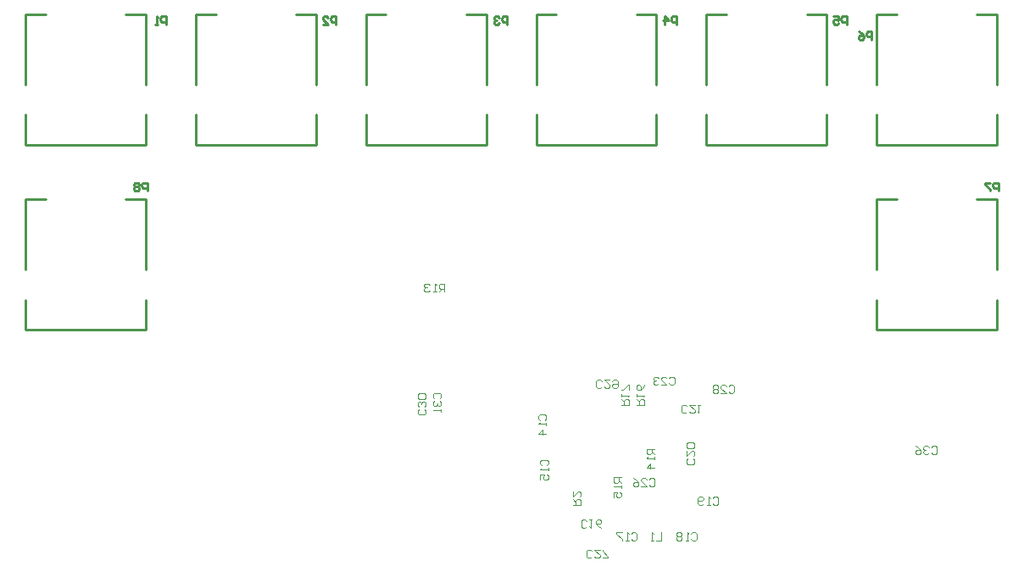
<source format=gbo>
G04*
G04 #@! TF.GenerationSoftware,Altium Limited,Altium Designer,19.0.15 (446)*
G04*
G04 Layer_Color=32896*
%FSLAX42Y42*%
%MOMM*%
G71*
G01*
G75*
%ADD11C,0.25*%
%ADD12C,0.10*%
D11*
X8800Y-750D02*
Y-50D01*
X9000D01*
X9800D02*
X10000D01*
Y-750D02*
Y-50D01*
Y-1350D02*
Y-1050D01*
X8800Y-1350D02*
X10000D01*
X8800D02*
Y-1050D01*
X7100Y-750D02*
Y-50D01*
X7300D01*
X8100D02*
X8300D01*
Y-750D02*
Y-50D01*
Y-1350D02*
Y-1050D01*
X7100Y-1350D02*
X8300D01*
X7100D02*
Y-1050D01*
X5400Y-750D02*
Y-50D01*
X5600D01*
X6400D02*
X6600D01*
Y-750D02*
Y-50D01*
Y-1350D02*
Y-1050D01*
X5400Y-1350D02*
X6600D01*
X5400D02*
Y-1050D01*
X3700Y-750D02*
Y-50D01*
X3900D01*
X4700D02*
X4900D01*
Y-750D02*
Y-50D01*
Y-1350D02*
Y-1050D01*
X3700Y-1350D02*
X4900D01*
X3700D02*
Y-1050D01*
X2000Y-750D02*
Y-50D01*
X2200D01*
X3000D02*
X3200D01*
Y-750D02*
Y-50D01*
Y-1350D02*
Y-1050D01*
X2000Y-1350D02*
X3200D01*
X2000D02*
Y-1050D01*
X300Y-750D02*
Y-50D01*
X500D01*
X1300D02*
X1500D01*
Y-750D02*
Y-50D01*
Y-1350D02*
Y-1050D01*
X300Y-1350D02*
X1500D01*
X300D02*
Y-1050D01*
X300Y-3200D02*
Y-2900D01*
Y-3200D02*
X1500D01*
Y-2900D01*
Y-2600D02*
Y-1900D01*
X1300D02*
X1500D01*
X300D02*
X500D01*
X300Y-2600D02*
Y-1900D01*
X8800Y-3200D02*
Y-2900D01*
Y-3200D02*
X10000D01*
Y-2900D01*
Y-2600D02*
Y-1900D01*
X9800D02*
X10000D01*
X8800D02*
X9000D01*
X8800Y-2600D02*
Y-1900D01*
X1514Y-1812D02*
Y-1732D01*
X1474D01*
X1461Y-1745D01*
Y-1772D01*
X1474Y-1785D01*
X1514D01*
X1434Y-1745D02*
X1421Y-1732D01*
X1394D01*
X1381Y-1745D01*
Y-1759D01*
X1394Y-1772D01*
X1381Y-1785D01*
Y-1799D01*
X1394Y-1812D01*
X1421D01*
X1434Y-1799D01*
Y-1785D01*
X1421Y-1772D01*
X1434Y-1759D01*
Y-1745D01*
X1421Y-1772D02*
X1394D01*
X10015Y-1812D02*
Y-1732D01*
X9975D01*
X9962Y-1745D01*
Y-1772D01*
X9975Y-1785D01*
X10015D01*
X9935Y-1732D02*
X9882D01*
Y-1745D01*
X9935Y-1799D01*
Y-1812D01*
X8750Y-300D02*
Y-220D01*
X8710D01*
X8697Y-233D01*
Y-260D01*
X8710Y-273D01*
X8750D01*
X8617Y-220D02*
X8643Y-233D01*
X8670Y-260D01*
Y-287D01*
X8657Y-300D01*
X8630D01*
X8617Y-287D01*
Y-273D01*
X8630Y-260D01*
X8670D01*
X8500Y-150D02*
Y-70D01*
X8460D01*
X8447Y-83D01*
Y-110D01*
X8460Y-123D01*
X8500D01*
X8367Y-70D02*
X8420D01*
Y-110D01*
X8393Y-97D01*
X8380D01*
X8367Y-110D01*
Y-137D01*
X8380Y-150D01*
X8407D01*
X8420Y-137D01*
X6802Y-150D02*
Y-70D01*
X6762D01*
X6748Y-83D01*
Y-110D01*
X6762Y-123D01*
X6802D01*
X6682Y-150D02*
Y-70D01*
X6722Y-110D01*
X6668D01*
X5110Y-150D02*
Y-70D01*
X5070D01*
X5057Y-83D01*
Y-110D01*
X5070Y-123D01*
X5110D01*
X5030Y-83D02*
X5017Y-70D01*
X4990D01*
X4977Y-83D01*
Y-97D01*
X4990Y-110D01*
X5003D01*
X4990D01*
X4977Y-123D01*
Y-137D01*
X4990Y-150D01*
X5017D01*
X5030Y-137D01*
X3400Y-150D02*
Y-70D01*
X3360D01*
X3347Y-83D01*
Y-110D01*
X3360Y-123D01*
X3400D01*
X3267Y-150D02*
X3320D01*
X3267Y-97D01*
Y-83D01*
X3280Y-70D01*
X3307D01*
X3320Y-83D01*
X1700Y-150D02*
Y-70D01*
X1660D01*
X1647Y-83D01*
Y-110D01*
X1660Y-123D01*
X1700D01*
X1620Y-150D02*
X1593D01*
X1607D01*
Y-70D01*
X1620Y-83D01*
D12*
X6348Y-5237D02*
X6362Y-5224D01*
X6388D01*
X6402Y-5237D01*
Y-5291D01*
X6388Y-5304D01*
X6362D01*
X6348Y-5291D01*
X6322Y-5304D02*
X6295D01*
X6308D01*
Y-5224D01*
X6322Y-5237D01*
X6255Y-5224D02*
X6202D01*
Y-5237D01*
X6255Y-5291D01*
Y-5304D01*
X6250Y-3950D02*
X6330D01*
Y-3910D01*
X6317Y-3897D01*
X6290D01*
X6277Y-3910D01*
Y-3950D01*
Y-3923D02*
X6250Y-3897D01*
Y-3870D02*
Y-3843D01*
Y-3857D01*
X6330D01*
X6317Y-3870D01*
X6330Y-3803D02*
Y-3750D01*
X6317D01*
X6263Y-3803D01*
X6250D01*
X6402Y-3950D02*
X6481D01*
Y-3910D01*
X6468Y-3897D01*
X6442D01*
X6428Y-3910D01*
Y-3950D01*
Y-3923D02*
X6402Y-3897D01*
Y-3870D02*
Y-3843D01*
Y-3857D01*
X6481D01*
X6468Y-3870D01*
X6481Y-3750D02*
X6468Y-3777D01*
X6442Y-3803D01*
X6415D01*
X6402Y-3790D01*
Y-3763D01*
X6415Y-3750D01*
X6428D01*
X6442Y-3763D01*
Y-3803D01*
X6250Y-4676D02*
X6170D01*
Y-4716D01*
X6183Y-4729D01*
X6210D01*
X6223Y-4716D01*
Y-4676D01*
Y-4703D02*
X6250Y-4729D01*
Y-4756D02*
Y-4783D01*
Y-4769D01*
X6170D01*
X6183Y-4756D01*
X6170Y-4876D02*
Y-4823D01*
X6210D01*
X6197Y-4849D01*
Y-4863D01*
X6210Y-4876D01*
X6237D01*
X6250Y-4863D01*
Y-4836D01*
X6237Y-4823D01*
X6581Y-4391D02*
X6501D01*
Y-4431D01*
X6514Y-4444D01*
X6541D01*
X6554Y-4431D01*
Y-4391D01*
Y-4418D02*
X6581Y-4444D01*
Y-4471D02*
Y-4498D01*
Y-4484D01*
X6501D01*
X6514Y-4471D01*
X6581Y-4578D02*
X6501D01*
X6541Y-4538D01*
Y-4591D01*
X4481Y-2820D02*
Y-2740D01*
X4441D01*
X4427Y-2754D01*
Y-2780D01*
X4441Y-2794D01*
X4481D01*
X4454D02*
X4427Y-2820D01*
X4401D02*
X4374D01*
X4387D01*
Y-2740D01*
X4401Y-2754D01*
X4334D02*
X4321Y-2740D01*
X4294D01*
X4281Y-2754D01*
Y-2767D01*
X4294Y-2780D01*
X4307D01*
X4294D01*
X4281Y-2794D01*
Y-2807D01*
X4294Y-2820D01*
X4321D01*
X4334Y-2807D01*
X5766Y-4950D02*
X5846D01*
Y-4910D01*
X5833Y-4897D01*
X5806D01*
X5793Y-4910D01*
Y-4950D01*
Y-4923D02*
X5766Y-4897D01*
Y-4817D02*
Y-4870D01*
X5819Y-4817D01*
X5833D01*
X5846Y-4830D01*
Y-4857D01*
X5833Y-4870D01*
X6650Y-5224D02*
Y-5304D01*
X6597D01*
X6570D02*
X6543D01*
X6557D01*
Y-5224D01*
X6570Y-5237D01*
X9347Y-4376D02*
X9360Y-4363D01*
X9387D01*
X9400Y-4376D01*
Y-4430D01*
X9387Y-4443D01*
X9360D01*
X9347Y-4430D01*
X9320Y-4376D02*
X9307Y-4363D01*
X9280D01*
X9267Y-4376D01*
Y-4390D01*
X9280Y-4403D01*
X9293D01*
X9280D01*
X9267Y-4416D01*
Y-4430D01*
X9280Y-4443D01*
X9307D01*
X9320Y-4430D01*
X9187Y-4363D02*
X9213Y-4376D01*
X9240Y-4403D01*
Y-4430D01*
X9227Y-4443D01*
X9200D01*
X9187Y-4430D01*
Y-4416D01*
X9200Y-4403D01*
X9240D01*
X4383Y-3886D02*
X4370Y-3873D01*
Y-3846D01*
X4383Y-3833D01*
X4437D01*
X4450Y-3846D01*
Y-3873D01*
X4437Y-3886D01*
X4383Y-3913D02*
X4370Y-3926D01*
Y-3953D01*
X4383Y-3966D01*
X4397D01*
X4410Y-3953D01*
Y-3940D01*
Y-3953D01*
X4423Y-3966D01*
X4437D01*
X4450Y-3953D01*
Y-3926D01*
X4437Y-3913D01*
X4450Y-3993D02*
Y-4020D01*
Y-4006D01*
X4370D01*
X4383Y-3993D01*
X4282Y-3997D02*
X4295Y-4010D01*
Y-4037D01*
X4282Y-4050D01*
X4228D01*
X4215Y-4037D01*
Y-4010D01*
X4228Y-3997D01*
X4282Y-3970D02*
X4295Y-3957D01*
Y-3930D01*
X4282Y-3917D01*
X4268D01*
X4255Y-3930D01*
Y-3943D01*
Y-3930D01*
X4242Y-3917D01*
X4228D01*
X4215Y-3930D01*
Y-3957D01*
X4228Y-3970D01*
X4282Y-3890D02*
X4295Y-3877D01*
Y-3850D01*
X4282Y-3837D01*
X4228D01*
X4215Y-3850D01*
Y-3877D01*
X4228Y-3890D01*
X4282D01*
X6053Y-3767D02*
X6040Y-3780D01*
X6013D01*
X6000Y-3767D01*
Y-3713D01*
X6013Y-3700D01*
X6040D01*
X6053Y-3713D01*
X6133Y-3700D02*
X6080D01*
X6133Y-3753D01*
Y-3767D01*
X6120Y-3780D01*
X6093D01*
X6080Y-3767D01*
X6160Y-3713D02*
X6173Y-3700D01*
X6200D01*
X6213Y-3713D01*
Y-3767D01*
X6200Y-3780D01*
X6173D01*
X6160Y-3767D01*
Y-3753D01*
X6173Y-3740D01*
X6213D01*
X7323Y-3767D02*
X7337Y-3753D01*
X7363D01*
X7377Y-3767D01*
Y-3820D01*
X7363Y-3833D01*
X7337D01*
X7323Y-3820D01*
X7243Y-3833D02*
X7297D01*
X7243Y-3780D01*
Y-3767D01*
X7257Y-3753D01*
X7283D01*
X7297Y-3767D01*
X7217D02*
X7203Y-3753D01*
X7177D01*
X7163Y-3767D01*
Y-3780D01*
X7177Y-3793D01*
X7163Y-3807D01*
Y-3820D01*
X7177Y-3833D01*
X7203D01*
X7217Y-3820D01*
Y-3807D01*
X7203Y-3793D01*
X7217Y-3780D01*
Y-3767D01*
X7203Y-3793D02*
X7177D01*
X5955Y-5467D02*
X5942Y-5480D01*
X5915D01*
X5902Y-5467D01*
Y-5413D01*
X5915Y-5400D01*
X5942D01*
X5955Y-5413D01*
X6035Y-5400D02*
X5981D01*
X6035Y-5453D01*
Y-5467D01*
X6021Y-5480D01*
X5995D01*
X5981Y-5467D01*
X6061Y-5480D02*
X6115D01*
Y-5467D01*
X6061Y-5413D01*
Y-5400D01*
X6528Y-4697D02*
X6541Y-4684D01*
X6568D01*
X6581Y-4697D01*
Y-4751D01*
X6568Y-4764D01*
X6541D01*
X6528Y-4751D01*
X6448Y-4764D02*
X6501D01*
X6448Y-4711D01*
Y-4697D01*
X6461Y-4684D01*
X6488D01*
X6501Y-4697D01*
X6368Y-4684D02*
X6394Y-4697D01*
X6421Y-4724D01*
Y-4751D01*
X6408Y-4764D01*
X6381D01*
X6368Y-4751D01*
Y-4737D01*
X6381Y-4724D01*
X6421D01*
X6728Y-3683D02*
X6741Y-3670D01*
X6768D01*
X6781Y-3683D01*
Y-3737D01*
X6768Y-3750D01*
X6741D01*
X6728Y-3737D01*
X6648Y-3750D02*
X6701D01*
X6648Y-3697D01*
Y-3683D01*
X6661Y-3670D01*
X6688D01*
X6701Y-3683D01*
X6621D02*
X6608Y-3670D01*
X6581D01*
X6568Y-3683D01*
Y-3697D01*
X6581Y-3710D01*
X6594D01*
X6581D01*
X6568Y-3723D01*
Y-3737D01*
X6581Y-3750D01*
X6608D01*
X6621Y-3737D01*
X6903Y-4017D02*
X6890Y-4030D01*
X6863D01*
X6850Y-4017D01*
Y-3963D01*
X6863Y-3950D01*
X6890D01*
X6903Y-3963D01*
X6983Y-3950D02*
X6930D01*
X6983Y-4003D01*
Y-4017D01*
X6970Y-4030D01*
X6943D01*
X6930Y-4017D01*
X7010Y-3950D02*
X7037D01*
X7023D01*
Y-4030D01*
X7010Y-4017D01*
X6967Y-4490D02*
X6980Y-4503D01*
Y-4530D01*
X6967Y-4543D01*
X6913D01*
X6900Y-4530D01*
Y-4503D01*
X6913Y-4490D01*
X6900Y-4410D02*
Y-4463D01*
X6953Y-4410D01*
X6967D01*
X6980Y-4423D01*
Y-4450D01*
X6967Y-4463D01*
Y-4383D02*
X6980Y-4370D01*
Y-4343D01*
X6967Y-4330D01*
X6913D01*
X6900Y-4343D01*
Y-4370D01*
X6913Y-4383D01*
X6967D01*
X7163Y-4883D02*
X7176Y-4870D01*
X7203D01*
X7216Y-4883D01*
Y-4937D01*
X7203Y-4950D01*
X7176D01*
X7163Y-4937D01*
X7136Y-4950D02*
X7109D01*
X7123D01*
Y-4870D01*
X7136Y-4883D01*
X7069Y-4937D02*
X7056Y-4950D01*
X7029D01*
X7016Y-4937D01*
Y-4883D01*
X7029Y-4870D01*
X7056D01*
X7069Y-4883D01*
Y-4897D01*
X7056Y-4910D01*
X7016D01*
X6947Y-5237D02*
X6960Y-5224D01*
X6987D01*
X7000Y-5237D01*
Y-5291D01*
X6987Y-5304D01*
X6960D01*
X6947Y-5291D01*
X6920Y-5304D02*
X6893D01*
X6907D01*
Y-5224D01*
X6920Y-5237D01*
X6853D02*
X6840Y-5224D01*
X6813D01*
X6800Y-5237D01*
Y-5251D01*
X6813Y-5264D01*
X6800Y-5277D01*
Y-5291D01*
X6813Y-5304D01*
X6840D01*
X6853Y-5291D01*
Y-5277D01*
X6840Y-5264D01*
X6853Y-5251D01*
Y-5237D01*
X6840Y-5264D02*
X6813D01*
X5903Y-5167D02*
X5890Y-5180D01*
X5863D01*
X5850Y-5167D01*
Y-5113D01*
X5863Y-5100D01*
X5890D01*
X5903Y-5113D01*
X5930Y-5100D02*
X5957D01*
X5943D01*
Y-5180D01*
X5930Y-5167D01*
X6050Y-5180D02*
X6023Y-5167D01*
X5997Y-5140D01*
Y-5113D01*
X6010Y-5100D01*
X6037D01*
X6050Y-5113D01*
Y-5127D01*
X6037Y-5140D01*
X5997D01*
X5453Y-4553D02*
X5440Y-4540D01*
Y-4513D01*
X5453Y-4500D01*
X5507D01*
X5520Y-4513D01*
Y-4540D01*
X5507Y-4553D01*
X5520Y-4580D02*
Y-4607D01*
Y-4593D01*
X5440D01*
X5453Y-4580D01*
X5440Y-4700D02*
Y-4647D01*
X5480D01*
X5467Y-4673D01*
Y-4687D01*
X5480Y-4700D01*
X5507D01*
X5520Y-4687D01*
Y-4660D01*
X5507Y-4647D01*
X5433Y-4103D02*
X5420Y-4090D01*
Y-4063D01*
X5433Y-4050D01*
X5487D01*
X5500Y-4063D01*
Y-4090D01*
X5487Y-4103D01*
X5500Y-4130D02*
Y-4157D01*
Y-4143D01*
X5420D01*
X5433Y-4130D01*
X5500Y-4237D02*
X5420D01*
X5460Y-4197D01*
Y-4250D01*
M02*

</source>
